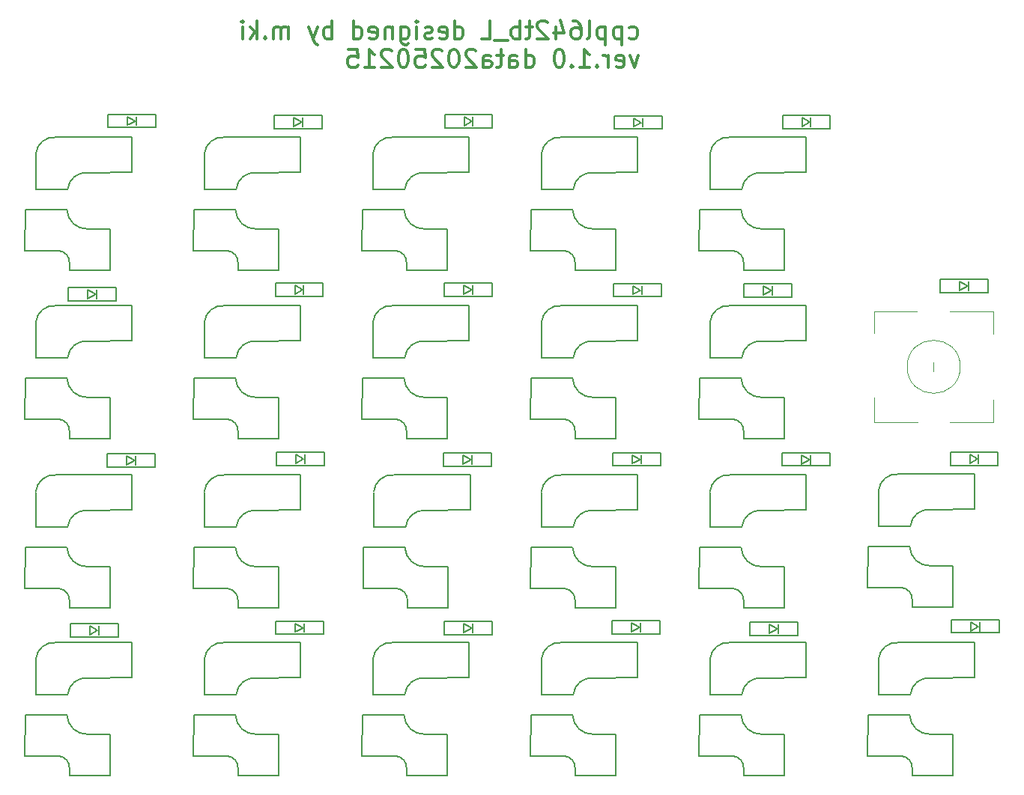
<source format=gbr>
%TF.GenerationSoftware,KiCad,Pcbnew,8.0.7*%
%TF.CreationDate,2025-02-15T16:26:46+09:00*%
%TF.ProjectId,cool642tb_L,636f6f6c-3634-4327-9462-5f4c2e6b6963,rev?*%
%TF.SameCoordinates,Original*%
%TF.FileFunction,Legend,Bot*%
%TF.FilePolarity,Positive*%
%FSLAX46Y46*%
G04 Gerber Fmt 4.6, Leading zero omitted, Abs format (unit mm)*
G04 Created by KiCad (PCBNEW 8.0.7) date 2025-02-15 16:26:46*
%MOMM*%
%LPD*%
G01*
G04 APERTURE LIST*
%ADD10C,0.300000*%
%ADD11C,0.150000*%
%ADD12C,0.120000*%
G04 APERTURE END LIST*
D10*
X60979298Y18045488D02*
X61169774Y17950249D01*
X61169774Y17950249D02*
X61550727Y17950249D01*
X61550727Y17950249D02*
X61741203Y18045488D01*
X61741203Y18045488D02*
X61836441Y18140726D01*
X61836441Y18140726D02*
X61931679Y18331202D01*
X61931679Y18331202D02*
X61931679Y18902630D01*
X61931679Y18902630D02*
X61836441Y19093107D01*
X61836441Y19093107D02*
X61741203Y19188345D01*
X61741203Y19188345D02*
X61550727Y19283583D01*
X61550727Y19283583D02*
X61169774Y19283583D01*
X61169774Y19283583D02*
X60979298Y19188345D01*
X60122155Y19283583D02*
X60122155Y17283583D01*
X60122155Y19188345D02*
X59931679Y19283583D01*
X59931679Y19283583D02*
X59550726Y19283583D01*
X59550726Y19283583D02*
X59360250Y19188345D01*
X59360250Y19188345D02*
X59265012Y19093107D01*
X59265012Y19093107D02*
X59169774Y18902630D01*
X59169774Y18902630D02*
X59169774Y18331202D01*
X59169774Y18331202D02*
X59265012Y18140726D01*
X59265012Y18140726D02*
X59360250Y18045488D01*
X59360250Y18045488D02*
X59550726Y17950249D01*
X59550726Y17950249D02*
X59931679Y17950249D01*
X59931679Y17950249D02*
X60122155Y18045488D01*
X58312631Y19283583D02*
X58312631Y17283583D01*
X58312631Y19188345D02*
X58122155Y19283583D01*
X58122155Y19283583D02*
X57741202Y19283583D01*
X57741202Y19283583D02*
X57550726Y19188345D01*
X57550726Y19188345D02*
X57455488Y19093107D01*
X57455488Y19093107D02*
X57360250Y18902630D01*
X57360250Y18902630D02*
X57360250Y18331202D01*
X57360250Y18331202D02*
X57455488Y18140726D01*
X57455488Y18140726D02*
X57550726Y18045488D01*
X57550726Y18045488D02*
X57741202Y17950249D01*
X57741202Y17950249D02*
X58122155Y17950249D01*
X58122155Y17950249D02*
X58312631Y18045488D01*
X56217393Y17950249D02*
X56407869Y18045488D01*
X56407869Y18045488D02*
X56503107Y18235964D01*
X56503107Y18235964D02*
X56503107Y19950249D01*
X54598345Y19950249D02*
X54979298Y19950249D01*
X54979298Y19950249D02*
X55169774Y19855011D01*
X55169774Y19855011D02*
X55265012Y19759773D01*
X55265012Y19759773D02*
X55455488Y19474059D01*
X55455488Y19474059D02*
X55550726Y19093107D01*
X55550726Y19093107D02*
X55550726Y18331202D01*
X55550726Y18331202D02*
X55455488Y18140726D01*
X55455488Y18140726D02*
X55360250Y18045488D01*
X55360250Y18045488D02*
X55169774Y17950249D01*
X55169774Y17950249D02*
X54788821Y17950249D01*
X54788821Y17950249D02*
X54598345Y18045488D01*
X54598345Y18045488D02*
X54503107Y18140726D01*
X54503107Y18140726D02*
X54407869Y18331202D01*
X54407869Y18331202D02*
X54407869Y18807392D01*
X54407869Y18807392D02*
X54503107Y18997868D01*
X54503107Y18997868D02*
X54598345Y19093107D01*
X54598345Y19093107D02*
X54788821Y19188345D01*
X54788821Y19188345D02*
X55169774Y19188345D01*
X55169774Y19188345D02*
X55360250Y19093107D01*
X55360250Y19093107D02*
X55455488Y18997868D01*
X55455488Y18997868D02*
X55550726Y18807392D01*
X52693583Y19283583D02*
X52693583Y17950249D01*
X53169774Y20045488D02*
X53645964Y18616916D01*
X53645964Y18616916D02*
X52407869Y18616916D01*
X51741202Y19759773D02*
X51645964Y19855011D01*
X51645964Y19855011D02*
X51455488Y19950249D01*
X51455488Y19950249D02*
X50979297Y19950249D01*
X50979297Y19950249D02*
X50788821Y19855011D01*
X50788821Y19855011D02*
X50693583Y19759773D01*
X50693583Y19759773D02*
X50598345Y19569297D01*
X50598345Y19569297D02*
X50598345Y19378821D01*
X50598345Y19378821D02*
X50693583Y19093107D01*
X50693583Y19093107D02*
X51836440Y17950249D01*
X51836440Y17950249D02*
X50598345Y17950249D01*
X50026916Y19283583D02*
X49265012Y19283583D01*
X49741202Y19950249D02*
X49741202Y18235964D01*
X49741202Y18235964D02*
X49645964Y18045488D01*
X49645964Y18045488D02*
X49455488Y17950249D01*
X49455488Y17950249D02*
X49265012Y17950249D01*
X48598345Y17950249D02*
X48598345Y19950249D01*
X48598345Y19188345D02*
X48407869Y19283583D01*
X48407869Y19283583D02*
X48026916Y19283583D01*
X48026916Y19283583D02*
X47836440Y19188345D01*
X47836440Y19188345D02*
X47741202Y19093107D01*
X47741202Y19093107D02*
X47645964Y18902630D01*
X47645964Y18902630D02*
X47645964Y18331202D01*
X47645964Y18331202D02*
X47741202Y18140726D01*
X47741202Y18140726D02*
X47836440Y18045488D01*
X47836440Y18045488D02*
X48026916Y17950249D01*
X48026916Y17950249D02*
X48407869Y17950249D01*
X48407869Y17950249D02*
X48598345Y18045488D01*
X47265012Y17759773D02*
X45741202Y17759773D01*
X44312630Y17950249D02*
X45265011Y17950249D01*
X45265011Y17950249D02*
X45265011Y19950249D01*
X41265010Y17950249D02*
X41265010Y19950249D01*
X41265010Y18045488D02*
X41455486Y17950249D01*
X41455486Y17950249D02*
X41836439Y17950249D01*
X41836439Y17950249D02*
X42026915Y18045488D01*
X42026915Y18045488D02*
X42122153Y18140726D01*
X42122153Y18140726D02*
X42217391Y18331202D01*
X42217391Y18331202D02*
X42217391Y18902630D01*
X42217391Y18902630D02*
X42122153Y19093107D01*
X42122153Y19093107D02*
X42026915Y19188345D01*
X42026915Y19188345D02*
X41836439Y19283583D01*
X41836439Y19283583D02*
X41455486Y19283583D01*
X41455486Y19283583D02*
X41265010Y19188345D01*
X39550724Y18045488D02*
X39741200Y17950249D01*
X39741200Y17950249D02*
X40122153Y17950249D01*
X40122153Y17950249D02*
X40312629Y18045488D01*
X40312629Y18045488D02*
X40407867Y18235964D01*
X40407867Y18235964D02*
X40407867Y18997868D01*
X40407867Y18997868D02*
X40312629Y19188345D01*
X40312629Y19188345D02*
X40122153Y19283583D01*
X40122153Y19283583D02*
X39741200Y19283583D01*
X39741200Y19283583D02*
X39550724Y19188345D01*
X39550724Y19188345D02*
X39455486Y18997868D01*
X39455486Y18997868D02*
X39455486Y18807392D01*
X39455486Y18807392D02*
X40407867Y18616916D01*
X38693581Y18045488D02*
X38503105Y17950249D01*
X38503105Y17950249D02*
X38122153Y17950249D01*
X38122153Y17950249D02*
X37931676Y18045488D01*
X37931676Y18045488D02*
X37836438Y18235964D01*
X37836438Y18235964D02*
X37836438Y18331202D01*
X37836438Y18331202D02*
X37931676Y18521678D01*
X37931676Y18521678D02*
X38122153Y18616916D01*
X38122153Y18616916D02*
X38407867Y18616916D01*
X38407867Y18616916D02*
X38598343Y18712154D01*
X38598343Y18712154D02*
X38693581Y18902630D01*
X38693581Y18902630D02*
X38693581Y18997868D01*
X38693581Y18997868D02*
X38598343Y19188345D01*
X38598343Y19188345D02*
X38407867Y19283583D01*
X38407867Y19283583D02*
X38122153Y19283583D01*
X38122153Y19283583D02*
X37931676Y19188345D01*
X36979295Y17950249D02*
X36979295Y19283583D01*
X36979295Y19950249D02*
X37074533Y19855011D01*
X37074533Y19855011D02*
X36979295Y19759773D01*
X36979295Y19759773D02*
X36884057Y19855011D01*
X36884057Y19855011D02*
X36979295Y19950249D01*
X36979295Y19950249D02*
X36979295Y19759773D01*
X35169771Y19283583D02*
X35169771Y17664535D01*
X35169771Y17664535D02*
X35265009Y17474059D01*
X35265009Y17474059D02*
X35360247Y17378821D01*
X35360247Y17378821D02*
X35550724Y17283583D01*
X35550724Y17283583D02*
X35836438Y17283583D01*
X35836438Y17283583D02*
X36026914Y17378821D01*
X35169771Y18045488D02*
X35360247Y17950249D01*
X35360247Y17950249D02*
X35741200Y17950249D01*
X35741200Y17950249D02*
X35931676Y18045488D01*
X35931676Y18045488D02*
X36026914Y18140726D01*
X36026914Y18140726D02*
X36122152Y18331202D01*
X36122152Y18331202D02*
X36122152Y18902630D01*
X36122152Y18902630D02*
X36026914Y19093107D01*
X36026914Y19093107D02*
X35931676Y19188345D01*
X35931676Y19188345D02*
X35741200Y19283583D01*
X35741200Y19283583D02*
X35360247Y19283583D01*
X35360247Y19283583D02*
X35169771Y19188345D01*
X34217390Y19283583D02*
X34217390Y17950249D01*
X34217390Y19093107D02*
X34122152Y19188345D01*
X34122152Y19188345D02*
X33931676Y19283583D01*
X33931676Y19283583D02*
X33645961Y19283583D01*
X33645961Y19283583D02*
X33455485Y19188345D01*
X33455485Y19188345D02*
X33360247Y18997868D01*
X33360247Y18997868D02*
X33360247Y17950249D01*
X31645961Y18045488D02*
X31836437Y17950249D01*
X31836437Y17950249D02*
X32217390Y17950249D01*
X32217390Y17950249D02*
X32407866Y18045488D01*
X32407866Y18045488D02*
X32503104Y18235964D01*
X32503104Y18235964D02*
X32503104Y18997868D01*
X32503104Y18997868D02*
X32407866Y19188345D01*
X32407866Y19188345D02*
X32217390Y19283583D01*
X32217390Y19283583D02*
X31836437Y19283583D01*
X31836437Y19283583D02*
X31645961Y19188345D01*
X31645961Y19188345D02*
X31550723Y18997868D01*
X31550723Y18997868D02*
X31550723Y18807392D01*
X31550723Y18807392D02*
X32503104Y18616916D01*
X29836437Y17950249D02*
X29836437Y19950249D01*
X29836437Y18045488D02*
X30026913Y17950249D01*
X30026913Y17950249D02*
X30407866Y17950249D01*
X30407866Y17950249D02*
X30598342Y18045488D01*
X30598342Y18045488D02*
X30693580Y18140726D01*
X30693580Y18140726D02*
X30788818Y18331202D01*
X30788818Y18331202D02*
X30788818Y18902630D01*
X30788818Y18902630D02*
X30693580Y19093107D01*
X30693580Y19093107D02*
X30598342Y19188345D01*
X30598342Y19188345D02*
X30407866Y19283583D01*
X30407866Y19283583D02*
X30026913Y19283583D01*
X30026913Y19283583D02*
X29836437Y19188345D01*
X27360246Y17950249D02*
X27360246Y19950249D01*
X27360246Y19188345D02*
X27169770Y19283583D01*
X27169770Y19283583D02*
X26788817Y19283583D01*
X26788817Y19283583D02*
X26598341Y19188345D01*
X26598341Y19188345D02*
X26503103Y19093107D01*
X26503103Y19093107D02*
X26407865Y18902630D01*
X26407865Y18902630D02*
X26407865Y18331202D01*
X26407865Y18331202D02*
X26503103Y18140726D01*
X26503103Y18140726D02*
X26598341Y18045488D01*
X26598341Y18045488D02*
X26788817Y17950249D01*
X26788817Y17950249D02*
X27169770Y17950249D01*
X27169770Y17950249D02*
X27360246Y18045488D01*
X25741198Y19283583D02*
X25265008Y17950249D01*
X24788817Y19283583D02*
X25265008Y17950249D01*
X25265008Y17950249D02*
X25455484Y17474059D01*
X25455484Y17474059D02*
X25550722Y17378821D01*
X25550722Y17378821D02*
X25741198Y17283583D01*
X22503102Y17950249D02*
X22503102Y19283583D01*
X22503102Y19093107D02*
X22407864Y19188345D01*
X22407864Y19188345D02*
X22217388Y19283583D01*
X22217388Y19283583D02*
X21931673Y19283583D01*
X21931673Y19283583D02*
X21741197Y19188345D01*
X21741197Y19188345D02*
X21645959Y18997868D01*
X21645959Y18997868D02*
X21645959Y17950249D01*
X21645959Y18997868D02*
X21550721Y19188345D01*
X21550721Y19188345D02*
X21360245Y19283583D01*
X21360245Y19283583D02*
X21074531Y19283583D01*
X21074531Y19283583D02*
X20884054Y19188345D01*
X20884054Y19188345D02*
X20788816Y18997868D01*
X20788816Y18997868D02*
X20788816Y17950249D01*
X19836435Y18140726D02*
X19741197Y18045488D01*
X19741197Y18045488D02*
X19836435Y17950249D01*
X19836435Y17950249D02*
X19931673Y18045488D01*
X19931673Y18045488D02*
X19836435Y18140726D01*
X19836435Y18140726D02*
X19836435Y17950249D01*
X18884054Y17950249D02*
X18884054Y19950249D01*
X18693578Y18712154D02*
X18122149Y17950249D01*
X18122149Y19283583D02*
X18884054Y18521678D01*
X17265006Y17950249D02*
X17265006Y19283583D01*
X17265006Y19950249D02*
X17360244Y19855011D01*
X17360244Y19855011D02*
X17265006Y19759773D01*
X17265006Y19759773D02*
X17169768Y19855011D01*
X17169768Y19855011D02*
X17265006Y19950249D01*
X17265006Y19950249D02*
X17265006Y19759773D01*
X62026917Y16063695D02*
X61550727Y14730361D01*
X61550727Y14730361D02*
X61074536Y16063695D01*
X59550726Y14825600D02*
X59741202Y14730361D01*
X59741202Y14730361D02*
X60122155Y14730361D01*
X60122155Y14730361D02*
X60312631Y14825600D01*
X60312631Y14825600D02*
X60407869Y15016076D01*
X60407869Y15016076D02*
X60407869Y15777980D01*
X60407869Y15777980D02*
X60312631Y15968457D01*
X60312631Y15968457D02*
X60122155Y16063695D01*
X60122155Y16063695D02*
X59741202Y16063695D01*
X59741202Y16063695D02*
X59550726Y15968457D01*
X59550726Y15968457D02*
X59455488Y15777980D01*
X59455488Y15777980D02*
X59455488Y15587504D01*
X59455488Y15587504D02*
X60407869Y15397028D01*
X58598345Y14730361D02*
X58598345Y16063695D01*
X58598345Y15682742D02*
X58503107Y15873219D01*
X58503107Y15873219D02*
X58407869Y15968457D01*
X58407869Y15968457D02*
X58217393Y16063695D01*
X58217393Y16063695D02*
X58026916Y16063695D01*
X57360250Y14920838D02*
X57265012Y14825600D01*
X57265012Y14825600D02*
X57360250Y14730361D01*
X57360250Y14730361D02*
X57455488Y14825600D01*
X57455488Y14825600D02*
X57360250Y14920838D01*
X57360250Y14920838D02*
X57360250Y14730361D01*
X55360250Y14730361D02*
X56503107Y14730361D01*
X55931679Y14730361D02*
X55931679Y16730361D01*
X55931679Y16730361D02*
X56122155Y16444647D01*
X56122155Y16444647D02*
X56312631Y16254171D01*
X56312631Y16254171D02*
X56503107Y16158933D01*
X54503107Y14920838D02*
X54407869Y14825600D01*
X54407869Y14825600D02*
X54503107Y14730361D01*
X54503107Y14730361D02*
X54598345Y14825600D01*
X54598345Y14825600D02*
X54503107Y14920838D01*
X54503107Y14920838D02*
X54503107Y14730361D01*
X53169774Y16730361D02*
X52979297Y16730361D01*
X52979297Y16730361D02*
X52788821Y16635123D01*
X52788821Y16635123D02*
X52693583Y16539885D01*
X52693583Y16539885D02*
X52598345Y16349409D01*
X52598345Y16349409D02*
X52503107Y15968457D01*
X52503107Y15968457D02*
X52503107Y15492266D01*
X52503107Y15492266D02*
X52598345Y15111314D01*
X52598345Y15111314D02*
X52693583Y14920838D01*
X52693583Y14920838D02*
X52788821Y14825600D01*
X52788821Y14825600D02*
X52979297Y14730361D01*
X52979297Y14730361D02*
X53169774Y14730361D01*
X53169774Y14730361D02*
X53360250Y14825600D01*
X53360250Y14825600D02*
X53455488Y14920838D01*
X53455488Y14920838D02*
X53550726Y15111314D01*
X53550726Y15111314D02*
X53645964Y15492266D01*
X53645964Y15492266D02*
X53645964Y15968457D01*
X53645964Y15968457D02*
X53550726Y16349409D01*
X53550726Y16349409D02*
X53455488Y16539885D01*
X53455488Y16539885D02*
X53360250Y16635123D01*
X53360250Y16635123D02*
X53169774Y16730361D01*
X49265011Y14730361D02*
X49265011Y16730361D01*
X49265011Y14825600D02*
X49455487Y14730361D01*
X49455487Y14730361D02*
X49836440Y14730361D01*
X49836440Y14730361D02*
X50026916Y14825600D01*
X50026916Y14825600D02*
X50122154Y14920838D01*
X50122154Y14920838D02*
X50217392Y15111314D01*
X50217392Y15111314D02*
X50217392Y15682742D01*
X50217392Y15682742D02*
X50122154Y15873219D01*
X50122154Y15873219D02*
X50026916Y15968457D01*
X50026916Y15968457D02*
X49836440Y16063695D01*
X49836440Y16063695D02*
X49455487Y16063695D01*
X49455487Y16063695D02*
X49265011Y15968457D01*
X47455487Y14730361D02*
X47455487Y15777980D01*
X47455487Y15777980D02*
X47550725Y15968457D01*
X47550725Y15968457D02*
X47741201Y16063695D01*
X47741201Y16063695D02*
X48122154Y16063695D01*
X48122154Y16063695D02*
X48312630Y15968457D01*
X47455487Y14825600D02*
X47645963Y14730361D01*
X47645963Y14730361D02*
X48122154Y14730361D01*
X48122154Y14730361D02*
X48312630Y14825600D01*
X48312630Y14825600D02*
X48407868Y15016076D01*
X48407868Y15016076D02*
X48407868Y15206552D01*
X48407868Y15206552D02*
X48312630Y15397028D01*
X48312630Y15397028D02*
X48122154Y15492266D01*
X48122154Y15492266D02*
X47645963Y15492266D01*
X47645963Y15492266D02*
X47455487Y15587504D01*
X46788820Y16063695D02*
X46026916Y16063695D01*
X46503106Y16730361D02*
X46503106Y15016076D01*
X46503106Y15016076D02*
X46407868Y14825600D01*
X46407868Y14825600D02*
X46217392Y14730361D01*
X46217392Y14730361D02*
X46026916Y14730361D01*
X44503106Y14730361D02*
X44503106Y15777980D01*
X44503106Y15777980D02*
X44598344Y15968457D01*
X44598344Y15968457D02*
X44788820Y16063695D01*
X44788820Y16063695D02*
X45169773Y16063695D01*
X45169773Y16063695D02*
X45360249Y15968457D01*
X44503106Y14825600D02*
X44693582Y14730361D01*
X44693582Y14730361D02*
X45169773Y14730361D01*
X45169773Y14730361D02*
X45360249Y14825600D01*
X45360249Y14825600D02*
X45455487Y15016076D01*
X45455487Y15016076D02*
X45455487Y15206552D01*
X45455487Y15206552D02*
X45360249Y15397028D01*
X45360249Y15397028D02*
X45169773Y15492266D01*
X45169773Y15492266D02*
X44693582Y15492266D01*
X44693582Y15492266D02*
X44503106Y15587504D01*
X43645963Y16539885D02*
X43550725Y16635123D01*
X43550725Y16635123D02*
X43360249Y16730361D01*
X43360249Y16730361D02*
X42884058Y16730361D01*
X42884058Y16730361D02*
X42693582Y16635123D01*
X42693582Y16635123D02*
X42598344Y16539885D01*
X42598344Y16539885D02*
X42503106Y16349409D01*
X42503106Y16349409D02*
X42503106Y16158933D01*
X42503106Y16158933D02*
X42598344Y15873219D01*
X42598344Y15873219D02*
X43741201Y14730361D01*
X43741201Y14730361D02*
X42503106Y14730361D01*
X41265011Y16730361D02*
X41074534Y16730361D01*
X41074534Y16730361D02*
X40884058Y16635123D01*
X40884058Y16635123D02*
X40788820Y16539885D01*
X40788820Y16539885D02*
X40693582Y16349409D01*
X40693582Y16349409D02*
X40598344Y15968457D01*
X40598344Y15968457D02*
X40598344Y15492266D01*
X40598344Y15492266D02*
X40693582Y15111314D01*
X40693582Y15111314D02*
X40788820Y14920838D01*
X40788820Y14920838D02*
X40884058Y14825600D01*
X40884058Y14825600D02*
X41074534Y14730361D01*
X41074534Y14730361D02*
X41265011Y14730361D01*
X41265011Y14730361D02*
X41455487Y14825600D01*
X41455487Y14825600D02*
X41550725Y14920838D01*
X41550725Y14920838D02*
X41645963Y15111314D01*
X41645963Y15111314D02*
X41741201Y15492266D01*
X41741201Y15492266D02*
X41741201Y15968457D01*
X41741201Y15968457D02*
X41645963Y16349409D01*
X41645963Y16349409D02*
X41550725Y16539885D01*
X41550725Y16539885D02*
X41455487Y16635123D01*
X41455487Y16635123D02*
X41265011Y16730361D01*
X39836439Y16539885D02*
X39741201Y16635123D01*
X39741201Y16635123D02*
X39550725Y16730361D01*
X39550725Y16730361D02*
X39074534Y16730361D01*
X39074534Y16730361D02*
X38884058Y16635123D01*
X38884058Y16635123D02*
X38788820Y16539885D01*
X38788820Y16539885D02*
X38693582Y16349409D01*
X38693582Y16349409D02*
X38693582Y16158933D01*
X38693582Y16158933D02*
X38788820Y15873219D01*
X38788820Y15873219D02*
X39931677Y14730361D01*
X39931677Y14730361D02*
X38693582Y14730361D01*
X36884058Y16730361D02*
X37836439Y16730361D01*
X37836439Y16730361D02*
X37931677Y15777980D01*
X37931677Y15777980D02*
X37836439Y15873219D01*
X37836439Y15873219D02*
X37645963Y15968457D01*
X37645963Y15968457D02*
X37169772Y15968457D01*
X37169772Y15968457D02*
X36979296Y15873219D01*
X36979296Y15873219D02*
X36884058Y15777980D01*
X36884058Y15777980D02*
X36788820Y15587504D01*
X36788820Y15587504D02*
X36788820Y15111314D01*
X36788820Y15111314D02*
X36884058Y14920838D01*
X36884058Y14920838D02*
X36979296Y14825600D01*
X36979296Y14825600D02*
X37169772Y14730361D01*
X37169772Y14730361D02*
X37645963Y14730361D01*
X37645963Y14730361D02*
X37836439Y14825600D01*
X37836439Y14825600D02*
X37931677Y14920838D01*
X35550725Y16730361D02*
X35360248Y16730361D01*
X35360248Y16730361D02*
X35169772Y16635123D01*
X35169772Y16635123D02*
X35074534Y16539885D01*
X35074534Y16539885D02*
X34979296Y16349409D01*
X34979296Y16349409D02*
X34884058Y15968457D01*
X34884058Y15968457D02*
X34884058Y15492266D01*
X34884058Y15492266D02*
X34979296Y15111314D01*
X34979296Y15111314D02*
X35074534Y14920838D01*
X35074534Y14920838D02*
X35169772Y14825600D01*
X35169772Y14825600D02*
X35360248Y14730361D01*
X35360248Y14730361D02*
X35550725Y14730361D01*
X35550725Y14730361D02*
X35741201Y14825600D01*
X35741201Y14825600D02*
X35836439Y14920838D01*
X35836439Y14920838D02*
X35931677Y15111314D01*
X35931677Y15111314D02*
X36026915Y15492266D01*
X36026915Y15492266D02*
X36026915Y15968457D01*
X36026915Y15968457D02*
X35931677Y16349409D01*
X35931677Y16349409D02*
X35836439Y16539885D01*
X35836439Y16539885D02*
X35741201Y16635123D01*
X35741201Y16635123D02*
X35550725Y16730361D01*
X34122153Y16539885D02*
X34026915Y16635123D01*
X34026915Y16635123D02*
X33836439Y16730361D01*
X33836439Y16730361D02*
X33360248Y16730361D01*
X33360248Y16730361D02*
X33169772Y16635123D01*
X33169772Y16635123D02*
X33074534Y16539885D01*
X33074534Y16539885D02*
X32979296Y16349409D01*
X32979296Y16349409D02*
X32979296Y16158933D01*
X32979296Y16158933D02*
X33074534Y15873219D01*
X33074534Y15873219D02*
X34217391Y14730361D01*
X34217391Y14730361D02*
X32979296Y14730361D01*
X31074534Y14730361D02*
X32217391Y14730361D01*
X31645963Y14730361D02*
X31645963Y16730361D01*
X31645963Y16730361D02*
X31836439Y16444647D01*
X31836439Y16444647D02*
X32026915Y16254171D01*
X32026915Y16254171D02*
X32217391Y16158933D01*
X29265010Y16730361D02*
X30217391Y16730361D01*
X30217391Y16730361D02*
X30312629Y15777980D01*
X30312629Y15777980D02*
X30217391Y15873219D01*
X30217391Y15873219D02*
X30026915Y15968457D01*
X30026915Y15968457D02*
X29550724Y15968457D01*
X29550724Y15968457D02*
X29360248Y15873219D01*
X29360248Y15873219D02*
X29265010Y15777980D01*
X29265010Y15777980D02*
X29169772Y15587504D01*
X29169772Y15587504D02*
X29169772Y15111314D01*
X29169772Y15111314D02*
X29265010Y14920838D01*
X29265010Y14920838D02*
X29360248Y14825600D01*
X29360248Y14825600D02*
X29550724Y14730361D01*
X29550724Y14730361D02*
X30026915Y14730361D01*
X30026915Y14730361D02*
X30217391Y14825600D01*
X30217391Y14825600D02*
X30312629Y14920838D01*
D11*
%TO.C,SW14*%
X49875000Y-20450000D02*
X49850000Y-25050000D01*
X51050000Y-14200000D02*
X51050000Y-18145000D01*
X51050000Y-18154000D02*
X54660000Y-18154000D01*
X53650000Y-25075000D02*
X49875000Y-25075000D01*
X54575000Y-20425000D02*
X49875000Y-20425000D01*
X54870000Y-26550000D02*
X54870000Y-27250000D01*
X59425000Y-22625000D02*
X56875000Y-22625000D01*
X59425000Y-27275000D02*
X54875000Y-27275000D01*
X59450000Y-22650000D02*
X59450000Y-27250000D01*
X61950000Y-12246000D02*
X53325000Y-12246000D01*
X61950000Y-16154000D02*
X61950000Y-12246000D01*
X61950000Y-16200000D02*
X56900000Y-16246000D01*
X51061000Y-14130000D02*
G75*
G02*
X53325000Y-12246000I2074000J-190000D01*
G01*
X53650000Y-25080000D02*
G75*
G02*
X54870000Y-26500000I-100000J-1320000D01*
G01*
X54665000Y-18130000D02*
G75*
G02*
X56925000Y-16250000I2070000J-190000D01*
G01*
X56950000Y-22620000D02*
G75*
G02*
X54580000Y-20450000I-100000J2270000D01*
G01*
%TO.C,D3*%
X2000000Y-28970000D02*
X2000000Y-30470000D01*
X2000000Y-30470000D02*
X7400000Y-30470000D01*
X4200000Y-29220000D02*
X5100000Y-29720000D01*
X4200000Y-30220000D02*
X4200000Y-29220000D01*
X5100000Y-29720000D02*
X4200000Y-30220000D01*
X5200000Y-30220000D02*
X5200000Y-29220000D01*
X7400000Y-28970000D02*
X2000000Y-28970000D01*
X7400000Y-30470000D02*
X7400000Y-28970000D01*
%TO.C,SW18*%
X68925000Y-20450000D02*
X68900000Y-25050000D01*
X70100000Y-14200000D02*
X70100000Y-18145000D01*
X70100000Y-18154000D02*
X73710000Y-18154000D01*
X72700000Y-25075000D02*
X68925000Y-25075000D01*
X73625000Y-20425000D02*
X68925000Y-20425000D01*
X73920000Y-26550000D02*
X73920000Y-27250000D01*
X78475000Y-22625000D02*
X75925000Y-22625000D01*
X78475000Y-27275000D02*
X73925000Y-27275000D01*
X78500000Y-22650000D02*
X78500000Y-27250000D01*
X81000000Y-12246000D02*
X72375000Y-12246000D01*
X81000000Y-16154000D02*
X81000000Y-12246000D01*
X81000000Y-16200000D02*
X75950000Y-16246000D01*
X70111000Y-14130000D02*
G75*
G02*
X72375000Y-12246000I2074000J-190000D01*
G01*
X72700000Y-25080000D02*
G75*
G02*
X73920000Y-26500000I-100000J-1320000D01*
G01*
X73715000Y-18130000D02*
G75*
G02*
X75975000Y-16250000I2070000J-190000D01*
G01*
X76000000Y-22620000D02*
G75*
G02*
X73630000Y-20450000I-100000J2270000D01*
G01*
%TO.C,D13*%
X59280000Y9230000D02*
X59280000Y7730000D01*
X59280000Y7730000D02*
X64680000Y7730000D01*
X61480000Y8980000D02*
X62380000Y8480000D01*
X61480000Y7980000D02*
X61480000Y8980000D01*
X62380000Y8480000D02*
X61480000Y7980000D01*
X62480000Y7980000D02*
X62480000Y8980000D01*
X64680000Y9230000D02*
X59280000Y9230000D01*
X64680000Y7730000D02*
X64680000Y9230000D01*
%TO.C,SW12*%
X30825000Y-58550000D02*
X30800000Y-63150000D01*
X32000000Y-52300000D02*
X32000000Y-56245000D01*
X32000000Y-56254000D02*
X35610000Y-56254000D01*
X34600000Y-63175000D02*
X30825000Y-63175000D01*
X35525000Y-58525000D02*
X30825000Y-58525000D01*
X35820000Y-64650000D02*
X35820000Y-65350000D01*
X40375000Y-60725000D02*
X37825000Y-60725000D01*
X40375000Y-65375000D02*
X35825000Y-65375000D01*
X40400000Y-60750000D02*
X40400000Y-65350000D01*
X42900000Y-50346000D02*
X34275000Y-50346000D01*
X42900000Y-54254000D02*
X42900000Y-50346000D01*
X42900000Y-54300000D02*
X37850000Y-54346000D01*
X32011000Y-52230000D02*
G75*
G02*
X34275000Y-50346000I2074000J-190000D01*
G01*
X34600000Y-63180000D02*
G75*
G02*
X35820000Y-64600000I-100000J-1320000D01*
G01*
X35615000Y-56230000D02*
G75*
G02*
X37875000Y-54350000I2070000J-190000D01*
G01*
X37900000Y-60720000D02*
G75*
G02*
X35530000Y-58550000I-100000J2270000D01*
G01*
%TO.C,SW23*%
X87975000Y-58550000D02*
X87950000Y-63150000D01*
X89150000Y-52300000D02*
X89150000Y-56245000D01*
X89150000Y-56254000D02*
X92760000Y-56254000D01*
X91750000Y-63175000D02*
X87975000Y-63175000D01*
X92675000Y-58525000D02*
X87975000Y-58525000D01*
X92970000Y-64650000D02*
X92970000Y-65350000D01*
X97525000Y-60725000D02*
X94975000Y-60725000D01*
X97525000Y-65375000D02*
X92975000Y-65375000D01*
X97550000Y-60750000D02*
X97550000Y-65350000D01*
X100050000Y-50346000D02*
X91425000Y-50346000D01*
X100050000Y-54254000D02*
X100050000Y-50346000D01*
X100050000Y-54300000D02*
X95000000Y-54346000D01*
X89161000Y-52230000D02*
G75*
G02*
X91425000Y-50346000I2074000J-190000D01*
G01*
X91750000Y-63180000D02*
G75*
G02*
X92970000Y-64600000I-100000J-1320000D01*
G01*
X92765000Y-56230000D02*
G75*
G02*
X95025000Y-54350000I2070000J-190000D01*
G01*
X95050000Y-60720000D02*
G75*
G02*
X92680000Y-58550000I-100000J2270000D01*
G01*
%TO.C,D10*%
X40110000Y-9670000D02*
X40110000Y-11170000D01*
X40110000Y-11170000D02*
X45510000Y-11170000D01*
X42310000Y-9920000D02*
X43210000Y-10420000D01*
X42310000Y-10920000D02*
X42310000Y-9920000D01*
X43210000Y-10420000D02*
X42310000Y-10920000D01*
X43310000Y-10920000D02*
X43310000Y-9920000D01*
X45510000Y-9670000D02*
X40110000Y-9670000D01*
X45510000Y-11170000D02*
X45510000Y-9670000D01*
%TO.C,D19*%
X78300000Y-28880000D02*
X78300000Y-30380000D01*
X78300000Y-30380000D02*
X83700000Y-30380000D01*
X80500000Y-29130000D02*
X81400000Y-29630000D01*
X80500000Y-30130000D02*
X80500000Y-29130000D01*
X81400000Y-29630000D02*
X80500000Y-30130000D01*
X81500000Y-30130000D02*
X81500000Y-29130000D01*
X83700000Y-28880000D02*
X78300000Y-28880000D01*
X83700000Y-30380000D02*
X83700000Y-28880000D01*
%TO.C,D16*%
X59070000Y-47850000D02*
X59070000Y-49350000D01*
X59070000Y-49350000D02*
X64470000Y-49350000D01*
X61270000Y-48100000D02*
X62170000Y-48600000D01*
X61270000Y-49100000D02*
X61270000Y-48100000D01*
X62170000Y-48600000D02*
X61270000Y-49100000D01*
X62270000Y-49100000D02*
X62270000Y-48100000D01*
X64470000Y-47850000D02*
X59070000Y-47850000D01*
X64470000Y-49350000D02*
X64470000Y-47850000D01*
%TO.C,SW19*%
X68925000Y-39600000D02*
X68900000Y-44200000D01*
X70100000Y-33350000D02*
X70100000Y-37295000D01*
X70100000Y-37304000D02*
X73710000Y-37304000D01*
X72700000Y-44225000D02*
X68925000Y-44225000D01*
X73625000Y-39575000D02*
X68925000Y-39575000D01*
X73920000Y-45700000D02*
X73920000Y-46400000D01*
X78475000Y-41775000D02*
X75925000Y-41775000D01*
X78475000Y-46425000D02*
X73925000Y-46425000D01*
X78500000Y-41800000D02*
X78500000Y-46400000D01*
X81000000Y-31396000D02*
X72375000Y-31396000D01*
X81000000Y-35304000D02*
X81000000Y-31396000D01*
X81000000Y-35350000D02*
X75950000Y-35396000D01*
X70111000Y-33280000D02*
G75*
G02*
X72375000Y-31396000I2074000J-190000D01*
G01*
X72700000Y-44230000D02*
G75*
G02*
X73920000Y-45650000I-100000J-1320000D01*
G01*
X73715000Y-37280000D02*
G75*
G02*
X75975000Y-35400000I2070000J-190000D01*
G01*
X76000000Y-41770000D02*
G75*
G02*
X73630000Y-39600000I-100000J2270000D01*
G01*
%TO.C,SW1*%
X-7275000Y-1400000D02*
X-7300000Y-6000000D01*
X-6100000Y4850000D02*
X-6100000Y905000D01*
X-6100000Y896000D02*
X-2490000Y896000D01*
X-3500000Y-6025000D02*
X-7275000Y-6025000D01*
X-2575000Y-1375000D02*
X-7275000Y-1375000D01*
X-2280000Y-7500000D02*
X-2280000Y-8200000D01*
X2275000Y-3575000D02*
X-275000Y-3575000D01*
X2275000Y-8225000D02*
X-2275000Y-8225000D01*
X2300000Y-3600000D02*
X2300000Y-8200000D01*
X4800000Y6804000D02*
X-3825000Y6804000D01*
X4800000Y2896000D02*
X4800000Y6804000D01*
X4800000Y2850000D02*
X-250000Y2804000D01*
X-6089000Y4920000D02*
G75*
G02*
X-3825000Y6804000I2074000J-190000D01*
G01*
X-3500000Y-6030000D02*
G75*
G02*
X-2280000Y-7450000I-100000J-1320000D01*
G01*
X-2485000Y920000D02*
G75*
G02*
X-225000Y2800000I2070000J-190000D01*
G01*
X-200000Y-3570000D02*
G75*
G02*
X-2570000Y-1400000I-100000J2270000D01*
G01*
%TO.C,SW13*%
X49875000Y-1400000D02*
X49850000Y-6000000D01*
X51050000Y4850000D02*
X51050000Y905000D01*
X51050000Y896000D02*
X54660000Y896000D01*
X53650000Y-6025000D02*
X49875000Y-6025000D01*
X54575000Y-1375000D02*
X49875000Y-1375000D01*
X54870000Y-7500000D02*
X54870000Y-8200000D01*
X59425000Y-3575000D02*
X56875000Y-3575000D01*
X59425000Y-8225000D02*
X54875000Y-8225000D01*
X59450000Y-3600000D02*
X59450000Y-8200000D01*
X61950000Y6804000D02*
X53325000Y6804000D01*
X61950000Y2896000D02*
X61950000Y6804000D01*
X61950000Y2850000D02*
X56900000Y2804000D01*
X51061000Y4920000D02*
G75*
G02*
X53325000Y6804000I2074000J-190000D01*
G01*
X53650000Y-6030000D02*
G75*
G02*
X54870000Y-7450000I-100000J-1320000D01*
G01*
X54665000Y920000D02*
G75*
G02*
X56925000Y2800000I2070000J-190000D01*
G01*
X56950000Y-3570000D02*
G75*
G02*
X54580000Y-1400000I-100000J2270000D01*
G01*
%TO.C,D7*%
X21100000Y-28820000D02*
X21100000Y-30320000D01*
X21100000Y-30320000D02*
X26500000Y-30320000D01*
X23300000Y-29070000D02*
X24200000Y-29570000D01*
X23300000Y-30070000D02*
X23300000Y-29070000D01*
X24200000Y-29570000D02*
X23300000Y-30070000D01*
X24300000Y-30070000D02*
X24300000Y-29070000D01*
X26500000Y-28820000D02*
X21100000Y-28820000D01*
X26500000Y-30320000D02*
X26500000Y-28820000D01*
%TO.C,D21*%
X96135000Y-9290000D02*
X96135000Y-10790000D01*
X96135000Y-10790000D02*
X101535000Y-10790000D01*
X98335000Y-9540000D02*
X99235000Y-10040000D01*
X98335000Y-10540000D02*
X98335000Y-9540000D01*
X99235000Y-10040000D02*
X98335000Y-10540000D01*
X99335000Y-10540000D02*
X99335000Y-9540000D01*
X101535000Y-9290000D02*
X96135000Y-9290000D01*
X101535000Y-10790000D02*
X101535000Y-9290000D01*
%TO.C,SW10*%
X30825000Y-20450000D02*
X30800000Y-25050000D01*
X32000000Y-14200000D02*
X32000000Y-18145000D01*
X32000000Y-18154000D02*
X35610000Y-18154000D01*
X34600000Y-25075000D02*
X30825000Y-25075000D01*
X35525000Y-20425000D02*
X30825000Y-20425000D01*
X35820000Y-26550000D02*
X35820000Y-27250000D01*
X40375000Y-22625000D02*
X37825000Y-22625000D01*
X40375000Y-27275000D02*
X35825000Y-27275000D01*
X40400000Y-22650000D02*
X40400000Y-27250000D01*
X42900000Y-12246000D02*
X34275000Y-12246000D01*
X42900000Y-16154000D02*
X42900000Y-12246000D01*
X42900000Y-16200000D02*
X37850000Y-16246000D01*
X32011000Y-14130000D02*
G75*
G02*
X34275000Y-12246000I2074000J-190000D01*
G01*
X34600000Y-25080000D02*
G75*
G02*
X35820000Y-26500000I-100000J-1320000D01*
G01*
X35615000Y-18130000D02*
G75*
G02*
X37875000Y-16250000I2070000J-190000D01*
G01*
X37900000Y-22620000D02*
G75*
G02*
X35530000Y-20450000I-100000J2270000D01*
G01*
%TO.C,D14*%
X59200000Y-9740000D02*
X59200000Y-11240000D01*
X59200000Y-11240000D02*
X64600000Y-11240000D01*
X61400000Y-9990000D02*
X62300000Y-10490000D01*
X61400000Y-10990000D02*
X61400000Y-9990000D01*
X62300000Y-10490000D02*
X61400000Y-10990000D01*
X62400000Y-10990000D02*
X62400000Y-9990000D01*
X64600000Y-9740000D02*
X59200000Y-9740000D01*
X64600000Y-11240000D02*
X64600000Y-9740000D01*
%TO.C,D18*%
X73965000Y-9800000D02*
X73965000Y-11300000D01*
X73965000Y-11300000D02*
X79365000Y-11300000D01*
X76165000Y-10050000D02*
X77065000Y-10550000D01*
X76165000Y-11050000D02*
X76165000Y-10050000D01*
X77065000Y-10550000D02*
X76165000Y-11050000D01*
X77165000Y-11050000D02*
X77165000Y-10050000D01*
X79365000Y-9800000D02*
X73965000Y-9800000D01*
X79365000Y-11300000D02*
X79365000Y-9800000D01*
%TO.C,D5*%
X20880000Y9270000D02*
X20880000Y7770000D01*
X20880000Y7770000D02*
X26280000Y7770000D01*
X23080000Y9020000D02*
X23980000Y8520000D01*
X23080000Y8020000D02*
X23080000Y9020000D01*
X23980000Y8520000D02*
X23080000Y8020000D01*
X24080000Y8020000D02*
X24080000Y9020000D01*
X26280000Y9270000D02*
X20880000Y9270000D01*
X26280000Y7770000D02*
X26280000Y9270000D01*
%TO.C,SW9*%
X30825000Y-1400000D02*
X30800000Y-6000000D01*
X32000000Y4850000D02*
X32000000Y905000D01*
X32000000Y896000D02*
X35610000Y896000D01*
X34600000Y-6025000D02*
X30825000Y-6025000D01*
X35525000Y-1375000D02*
X30825000Y-1375000D01*
X35820000Y-7500000D02*
X35820000Y-8200000D01*
X40375000Y-3575000D02*
X37825000Y-3575000D01*
X40375000Y-8225000D02*
X35825000Y-8225000D01*
X40400000Y-3600000D02*
X40400000Y-8200000D01*
X42900000Y6804000D02*
X34275000Y6804000D01*
X42900000Y2896000D02*
X42900000Y6804000D01*
X42900000Y2850000D02*
X37850000Y2804000D01*
X32011000Y4920000D02*
G75*
G02*
X34275000Y6804000I2074000J-190000D01*
G01*
X34600000Y-6030000D02*
G75*
G02*
X35820000Y-7450000I-100000J-1320000D01*
G01*
X35615000Y920000D02*
G75*
G02*
X37875000Y2800000I2070000J-190000D01*
G01*
X37900000Y-3570000D02*
G75*
G02*
X35530000Y-1400000I-100000J2270000D01*
G01*
%TO.C,SW15*%
X49875000Y-39600000D02*
X49850000Y-44200000D01*
X51050000Y-33350000D02*
X51050000Y-37295000D01*
X51050000Y-37304000D02*
X54660000Y-37304000D01*
X53650000Y-44225000D02*
X49875000Y-44225000D01*
X54575000Y-39575000D02*
X49875000Y-39575000D01*
X54870000Y-45700000D02*
X54870000Y-46400000D01*
X59425000Y-41775000D02*
X56875000Y-41775000D01*
X59425000Y-46425000D02*
X54875000Y-46425000D01*
X59450000Y-41800000D02*
X59450000Y-46400000D01*
X61950000Y-31396000D02*
X53325000Y-31396000D01*
X61950000Y-35304000D02*
X61950000Y-31396000D01*
X61950000Y-35350000D02*
X56900000Y-35396000D01*
X51061000Y-33280000D02*
G75*
G02*
X53325000Y-31396000I2074000J-190000D01*
G01*
X53650000Y-44230000D02*
G75*
G02*
X54870000Y-45650000I-100000J-1320000D01*
G01*
X54665000Y-37280000D02*
G75*
G02*
X56925000Y-35400000I2070000J-190000D01*
G01*
X56950000Y-41770000D02*
G75*
G02*
X54580000Y-39600000I-100000J2270000D01*
G01*
%TO.C,SW11*%
X30925000Y-39600000D02*
X30900000Y-44200000D01*
X32100000Y-33350000D02*
X32100000Y-37295000D01*
X32100000Y-37304000D02*
X35710000Y-37304000D01*
X34700000Y-44225000D02*
X30925000Y-44225000D01*
X35625000Y-39575000D02*
X30925000Y-39575000D01*
X35920000Y-45700000D02*
X35920000Y-46400000D01*
X40475000Y-41775000D02*
X37925000Y-41775000D01*
X40475000Y-46425000D02*
X35925000Y-46425000D01*
X40500000Y-41800000D02*
X40500000Y-46400000D01*
X43000000Y-31396000D02*
X34375000Y-31396000D01*
X43000000Y-35304000D02*
X43000000Y-31396000D01*
X43000000Y-35350000D02*
X37950000Y-35396000D01*
X32111000Y-33280000D02*
G75*
G02*
X34375000Y-31396000I2074000J-190000D01*
G01*
X34700000Y-44230000D02*
G75*
G02*
X35920000Y-45650000I-100000J-1320000D01*
G01*
X35715000Y-37280000D02*
G75*
G02*
X37975000Y-35400000I2070000J-190000D01*
G01*
X38000000Y-41770000D02*
G75*
G02*
X35630000Y-39600000I-100000J2270000D01*
G01*
%TO.C,SW5*%
X11775000Y-1400000D02*
X11750000Y-6000000D01*
X12950000Y4850000D02*
X12950000Y905000D01*
X12950000Y896000D02*
X16560000Y896000D01*
X15550000Y-6025000D02*
X11775000Y-6025000D01*
X16475000Y-1375000D02*
X11775000Y-1375000D01*
X16770000Y-7500000D02*
X16770000Y-8200000D01*
X21325000Y-3575000D02*
X18775000Y-3575000D01*
X21325000Y-8225000D02*
X16775000Y-8225000D01*
X21350000Y-3600000D02*
X21350000Y-8200000D01*
X23850000Y6804000D02*
X15225000Y6804000D01*
X23850000Y2896000D02*
X23850000Y6804000D01*
X23850000Y2850000D02*
X18800000Y2804000D01*
X12961000Y4920000D02*
G75*
G02*
X15225000Y6804000I2074000J-190000D01*
G01*
X15550000Y-6030000D02*
G75*
G02*
X16770000Y-7450000I-100000J-1320000D01*
G01*
X16565000Y920000D02*
G75*
G02*
X18825000Y2800000I2070000J-190000D01*
G01*
X18850000Y-3570000D02*
G75*
G02*
X16480000Y-1400000I-100000J2270000D01*
G01*
%TO.C,D9*%
X40120000Y9360000D02*
X40120000Y7860000D01*
X40120000Y7860000D02*
X45520000Y7860000D01*
X42320000Y9110000D02*
X43220000Y8610000D01*
X42320000Y8110000D02*
X42320000Y9110000D01*
X43220000Y8610000D02*
X42320000Y8110000D01*
X43320000Y8110000D02*
X43320000Y9110000D01*
X45520000Y9360000D02*
X40120000Y9360000D01*
X45520000Y7860000D02*
X45520000Y9360000D01*
%TO.C,D8*%
X21030000Y-47920000D02*
X21030000Y-49420000D01*
X21030000Y-49420000D02*
X26430000Y-49420000D01*
X23230000Y-48170000D02*
X24130000Y-48670000D01*
X23230000Y-49170000D02*
X23230000Y-48170000D01*
X24130000Y-48670000D02*
X23230000Y-49170000D01*
X24230000Y-49170000D02*
X24230000Y-48170000D01*
X26430000Y-47920000D02*
X21030000Y-47920000D01*
X26430000Y-49420000D02*
X26430000Y-47920000D01*
%TO.C,SW4*%
X-7275000Y-58550000D02*
X-7300000Y-63150000D01*
X-6100000Y-52300000D02*
X-6100000Y-56245000D01*
X-6100000Y-56254000D02*
X-2490000Y-56254000D01*
X-3500000Y-63175000D02*
X-7275000Y-63175000D01*
X-2575000Y-58525000D02*
X-7275000Y-58525000D01*
X-2280000Y-64650000D02*
X-2280000Y-65350000D01*
X2275000Y-60725000D02*
X-275000Y-60725000D01*
X2275000Y-65375000D02*
X-2275000Y-65375000D01*
X2300000Y-60750000D02*
X2300000Y-65350000D01*
X4800000Y-50346000D02*
X-3825000Y-50346000D01*
X4800000Y-54254000D02*
X4800000Y-50346000D01*
X4800000Y-54300000D02*
X-250000Y-54346000D01*
X-6089000Y-52230000D02*
G75*
G02*
X-3825000Y-50346000I2074000J-190000D01*
G01*
X-3500000Y-63180000D02*
G75*
G02*
X-2280000Y-64600000I-100000J-1320000D01*
G01*
X-2485000Y-56230000D02*
G75*
G02*
X-225000Y-54350000I2070000J-190000D01*
G01*
X-200000Y-60720000D02*
G75*
G02*
X-2570000Y-58550000I-100000J2270000D01*
G01*
%TO.C,SW17*%
X68925000Y-1400000D02*
X68900000Y-6000000D01*
X70100000Y4850000D02*
X70100000Y905000D01*
X70100000Y896000D02*
X73710000Y896000D01*
X72700000Y-6025000D02*
X68925000Y-6025000D01*
X73625000Y-1375000D02*
X68925000Y-1375000D01*
X73920000Y-7500000D02*
X73920000Y-8200000D01*
X78475000Y-3575000D02*
X75925000Y-3575000D01*
X78475000Y-8225000D02*
X73925000Y-8225000D01*
X78500000Y-3600000D02*
X78500000Y-8200000D01*
X81000000Y6804000D02*
X72375000Y6804000D01*
X81000000Y2896000D02*
X81000000Y6804000D01*
X81000000Y2850000D02*
X75950000Y2804000D01*
X70111000Y4920000D02*
G75*
G02*
X72375000Y6804000I2074000J-190000D01*
G01*
X72700000Y-6030000D02*
G75*
G02*
X73920000Y-7450000I-100000J-1320000D01*
G01*
X73715000Y920000D02*
G75*
G02*
X75975000Y2800000I2070000J-190000D01*
G01*
X76000000Y-3570000D02*
G75*
G02*
X73630000Y-1400000I-100000J2270000D01*
G01*
%TO.C,D23*%
X97380000Y-47760000D02*
X97380000Y-49260000D01*
X97380000Y-49260000D02*
X102780000Y-49260000D01*
X99580000Y-48010000D02*
X100480000Y-48510000D01*
X99580000Y-49010000D02*
X99580000Y-48010000D01*
X100480000Y-48510000D02*
X99580000Y-49010000D01*
X100580000Y-49010000D02*
X100580000Y-48010000D01*
X102780000Y-47760000D02*
X97380000Y-47760000D01*
X102780000Y-49260000D02*
X102780000Y-47760000D01*
%TO.C,SW22*%
X87975000Y-39500000D02*
X87950000Y-44100000D01*
X89150000Y-33250000D02*
X89150000Y-37195000D01*
X89150000Y-37204000D02*
X92760000Y-37204000D01*
X91750000Y-44125000D02*
X87975000Y-44125000D01*
X92675000Y-39475000D02*
X87975000Y-39475000D01*
X92970000Y-45600000D02*
X92970000Y-46300000D01*
X97525000Y-41675000D02*
X94975000Y-41675000D01*
X97525000Y-46325000D02*
X92975000Y-46325000D01*
X97550000Y-41700000D02*
X97550000Y-46300000D01*
X100050000Y-31296000D02*
X91425000Y-31296000D01*
X100050000Y-35204000D02*
X100050000Y-31296000D01*
X100050000Y-35250000D02*
X95000000Y-35296000D01*
X89161000Y-33180000D02*
G75*
G02*
X91425000Y-31296000I2074000J-190000D01*
G01*
X91750000Y-44130000D02*
G75*
G02*
X92970000Y-45550000I-100000J-1320000D01*
G01*
X92765000Y-37180000D02*
G75*
G02*
X95025000Y-35300000I2070000J-190000D01*
G01*
X95050000Y-41670000D02*
G75*
G02*
X92680000Y-39500000I-100000J2270000D01*
G01*
%TO.C,D11*%
X40010000Y-28900000D02*
X40010000Y-30400000D01*
X40010000Y-30400000D02*
X45410000Y-30400000D01*
X42210000Y-29150000D02*
X43110000Y-29650000D01*
X42210000Y-30150000D02*
X42210000Y-29150000D01*
X43110000Y-29650000D02*
X42210000Y-30150000D01*
X43210000Y-30150000D02*
X43210000Y-29150000D01*
X45410000Y-28900000D02*
X40010000Y-28900000D01*
X45410000Y-30400000D02*
X45410000Y-28900000D01*
%TO.C,SW6*%
X11775000Y-20450000D02*
X11750000Y-25050000D01*
X12950000Y-14200000D02*
X12950000Y-18145000D01*
X12950000Y-18154000D02*
X16560000Y-18154000D01*
X15550000Y-25075000D02*
X11775000Y-25075000D01*
X16475000Y-20425000D02*
X11775000Y-20425000D01*
X16770000Y-26550000D02*
X16770000Y-27250000D01*
X21325000Y-22625000D02*
X18775000Y-22625000D01*
X21325000Y-27275000D02*
X16775000Y-27275000D01*
X21350000Y-22650000D02*
X21350000Y-27250000D01*
X23850000Y-12246000D02*
X15225000Y-12246000D01*
X23850000Y-16154000D02*
X23850000Y-12246000D01*
X23850000Y-16200000D02*
X18800000Y-16246000D01*
X12961000Y-14130000D02*
G75*
G02*
X15225000Y-12246000I2074000J-190000D01*
G01*
X15550000Y-25080000D02*
G75*
G02*
X16770000Y-26500000I-100000J-1320000D01*
G01*
X16565000Y-18130000D02*
G75*
G02*
X18825000Y-16250000I2070000J-190000D01*
G01*
X18850000Y-22620000D02*
G75*
G02*
X16480000Y-20450000I-100000J2270000D01*
G01*
D12*
%TO.C,SW21*%
X88700000Y-12860000D02*
X88700000Y-15360000D01*
X88700000Y-25460000D02*
X88700000Y-22660000D01*
X93500000Y-12860000D02*
X88700000Y-12860000D01*
X93600000Y-25460000D02*
X88700000Y-25460000D01*
X95400000Y-18660000D02*
X95400000Y-19660000D01*
X97200000Y-12860000D02*
X102100000Y-12860000D01*
X102100000Y-12860000D02*
X102100000Y-15460000D01*
X102100000Y-22860000D02*
X102100000Y-25460000D01*
X102100000Y-25460000D02*
X97200000Y-25460000D01*
X98400000Y-19160000D02*
G75*
G02*
X92400000Y-19160000I-3000000J0D01*
G01*
X92400000Y-19160000D02*
G75*
G02*
X98400000Y-19160000I3000000J0D01*
G01*
D11*
%TO.C,SW3*%
X-7275000Y-39600000D02*
X-7300000Y-44200000D01*
X-6100000Y-33350000D02*
X-6100000Y-37295000D01*
X-6100000Y-37304000D02*
X-2490000Y-37304000D01*
X-3500000Y-44225000D02*
X-7275000Y-44225000D01*
X-2575000Y-39575000D02*
X-7275000Y-39575000D01*
X-2280000Y-45700000D02*
X-2280000Y-46400000D01*
X2275000Y-41775000D02*
X-275000Y-41775000D01*
X2275000Y-46425000D02*
X-2275000Y-46425000D01*
X2300000Y-41800000D02*
X2300000Y-46400000D01*
X4800000Y-31396000D02*
X-3825000Y-31396000D01*
X4800000Y-35304000D02*
X4800000Y-31396000D01*
X4800000Y-35350000D02*
X-250000Y-35396000D01*
X-6089000Y-33280000D02*
G75*
G02*
X-3825000Y-31396000I2074000J-190000D01*
G01*
X-3500000Y-44230000D02*
G75*
G02*
X-2280000Y-45650000I-100000J-1320000D01*
G01*
X-2485000Y-37280000D02*
G75*
G02*
X-225000Y-35400000I2070000J-190000D01*
G01*
X-200000Y-41770000D02*
G75*
G02*
X-2570000Y-39600000I-100000J2270000D01*
G01*
%TO.C,D6*%
X21000000Y-9670000D02*
X21000000Y-11170000D01*
X21000000Y-11170000D02*
X26400000Y-11170000D01*
X23200000Y-9920000D02*
X24100000Y-10420000D01*
X23200000Y-10920000D02*
X23200000Y-9920000D01*
X24100000Y-10420000D02*
X23200000Y-10920000D01*
X24200000Y-10920000D02*
X24200000Y-9920000D01*
X26400000Y-9670000D02*
X21000000Y-9670000D01*
X26400000Y-11170000D02*
X26400000Y-9670000D01*
%TO.C,SW2*%
X-7275000Y-20450000D02*
X-7300000Y-25050000D01*
X-6100000Y-14200000D02*
X-6100000Y-18145000D01*
X-6100000Y-18154000D02*
X-2490000Y-18154000D01*
X-3500000Y-25075000D02*
X-7275000Y-25075000D01*
X-2575000Y-20425000D02*
X-7275000Y-20425000D01*
X-2280000Y-26550000D02*
X-2280000Y-27250000D01*
X2275000Y-22625000D02*
X-275000Y-22625000D01*
X2275000Y-27275000D02*
X-2275000Y-27275000D01*
X2300000Y-22650000D02*
X2300000Y-27250000D01*
X4800000Y-12246000D02*
X-3825000Y-12246000D01*
X4800000Y-16154000D02*
X4800000Y-12246000D01*
X4800000Y-16200000D02*
X-250000Y-16246000D01*
X-6089000Y-14130000D02*
G75*
G02*
X-3825000Y-12246000I2074000J-190000D01*
G01*
X-3500000Y-25080000D02*
G75*
G02*
X-2280000Y-26500000I-100000J-1320000D01*
G01*
X-2485000Y-18130000D02*
G75*
G02*
X-225000Y-16250000I2070000J-190000D01*
G01*
X-200000Y-22620000D02*
G75*
G02*
X-2570000Y-20450000I-100000J2270000D01*
G01*
%TO.C,SW16*%
X49875000Y-58550000D02*
X49850000Y-63150000D01*
X51050000Y-52300000D02*
X51050000Y-56245000D01*
X51050000Y-56254000D02*
X54660000Y-56254000D01*
X53650000Y-63175000D02*
X49875000Y-63175000D01*
X54575000Y-58525000D02*
X49875000Y-58525000D01*
X54870000Y-64650000D02*
X54870000Y-65350000D01*
X59425000Y-60725000D02*
X56875000Y-60725000D01*
X59425000Y-65375000D02*
X54875000Y-65375000D01*
X59450000Y-60750000D02*
X59450000Y-65350000D01*
X61950000Y-50346000D02*
X53325000Y-50346000D01*
X61950000Y-54254000D02*
X61950000Y-50346000D01*
X61950000Y-54300000D02*
X56900000Y-54346000D01*
X51061000Y-52230000D02*
G75*
G02*
X53325000Y-50346000I2074000J-190000D01*
G01*
X53650000Y-63180000D02*
G75*
G02*
X54870000Y-64600000I-100000J-1320000D01*
G01*
X54665000Y-56230000D02*
G75*
G02*
X56925000Y-54350000I2070000J-190000D01*
G01*
X56950000Y-60720000D02*
G75*
G02*
X54580000Y-58550000I-100000J2270000D01*
G01*
%TO.C,D15*%
X59150000Y-28870000D02*
X59150000Y-30370000D01*
X59150000Y-30370000D02*
X64550000Y-30370000D01*
X61350000Y-29120000D02*
X62250000Y-29620000D01*
X61350000Y-30120000D02*
X61350000Y-29120000D01*
X62250000Y-29620000D02*
X61350000Y-30120000D01*
X62350000Y-30120000D02*
X62350000Y-29120000D01*
X64550000Y-28870000D02*
X59150000Y-28870000D01*
X64550000Y-30370000D02*
X64550000Y-28870000D01*
%TO.C,SW8*%
X11775000Y-58550000D02*
X11750000Y-63150000D01*
X12950000Y-52300000D02*
X12950000Y-56245000D01*
X12950000Y-56254000D02*
X16560000Y-56254000D01*
X15550000Y-63175000D02*
X11775000Y-63175000D01*
X16475000Y-58525000D02*
X11775000Y-58525000D01*
X16770000Y-64650000D02*
X16770000Y-65350000D01*
X21325000Y-60725000D02*
X18775000Y-60725000D01*
X21325000Y-65375000D02*
X16775000Y-65375000D01*
X21350000Y-60750000D02*
X21350000Y-65350000D01*
X23850000Y-50346000D02*
X15225000Y-50346000D01*
X23850000Y-54254000D02*
X23850000Y-50346000D01*
X23850000Y-54300000D02*
X18800000Y-54346000D01*
X12961000Y-52230000D02*
G75*
G02*
X15225000Y-50346000I2074000J-190000D01*
G01*
X15550000Y-63180000D02*
G75*
G02*
X16770000Y-64600000I-100000J-1320000D01*
G01*
X16565000Y-56230000D02*
G75*
G02*
X18825000Y-54350000I2070000J-190000D01*
G01*
X18850000Y-60720000D02*
G75*
G02*
X16480000Y-58550000I-100000J2270000D01*
G01*
%TO.C,D2*%
X-2390000Y-10170000D02*
X-2390000Y-11670000D01*
X-2390000Y-11670000D02*
X3010000Y-11670000D01*
X-190000Y-10420000D02*
X710000Y-10920000D01*
X-190000Y-11420000D02*
X-190000Y-10420000D01*
X710000Y-10920000D02*
X-190000Y-11420000D01*
X810000Y-11420000D02*
X810000Y-10420000D01*
X3010000Y-10170000D02*
X-2390000Y-10170000D01*
X3010000Y-11670000D02*
X3010000Y-10170000D01*
%TO.C,D12*%
X40100000Y-47940000D02*
X40100000Y-49440000D01*
X40100000Y-49440000D02*
X45500000Y-49440000D01*
X42300000Y-48190000D02*
X43200000Y-48690000D01*
X42300000Y-49190000D02*
X42300000Y-48190000D01*
X43200000Y-48690000D02*
X42300000Y-49190000D01*
X43300000Y-49190000D02*
X43300000Y-48190000D01*
X45500000Y-47940000D02*
X40100000Y-47940000D01*
X45500000Y-49440000D02*
X45500000Y-47940000D01*
%TO.C,D4*%
X-2190000Y-48220000D02*
X-2190000Y-49720000D01*
X-2190000Y-49720000D02*
X3210000Y-49720000D01*
X10000Y-48470000D02*
X910000Y-48970000D01*
X10000Y-49470000D02*
X10000Y-48470000D01*
X910000Y-48970000D02*
X10000Y-49470000D01*
X1010000Y-49470000D02*
X1010000Y-48470000D01*
X3210000Y-48220000D02*
X-2190000Y-48220000D01*
X3210000Y-49720000D02*
X3210000Y-48220000D01*
%TO.C,D1*%
X2070000Y9400000D02*
X2070000Y7900000D01*
X2070000Y7900000D02*
X7470000Y7900000D01*
X4270000Y9150000D02*
X5170000Y8650000D01*
X4270000Y8150000D02*
X4270000Y9150000D01*
X5170000Y8650000D02*
X4270000Y8150000D01*
X5270000Y8150000D02*
X5270000Y9150000D01*
X7470000Y9400000D02*
X2070000Y9400000D01*
X7470000Y7900000D02*
X7470000Y9400000D01*
%TO.C,D17*%
X78305000Y9260000D02*
X78305000Y7760000D01*
X78305000Y7760000D02*
X83705000Y7760000D01*
X80505000Y9010000D02*
X81405000Y8510000D01*
X80505000Y8010000D02*
X80505000Y9010000D01*
X81405000Y8510000D02*
X80505000Y8010000D01*
X81505000Y8010000D02*
X81505000Y9010000D01*
X83705000Y9260000D02*
X78305000Y9260000D01*
X83705000Y7760000D02*
X83705000Y9260000D01*
%TO.C,SW7*%
X11775000Y-39600000D02*
X11750000Y-44200000D01*
X12950000Y-33350000D02*
X12950000Y-37295000D01*
X12950000Y-37304000D02*
X16560000Y-37304000D01*
X15550000Y-44225000D02*
X11775000Y-44225000D01*
X16475000Y-39575000D02*
X11775000Y-39575000D01*
X16770000Y-45700000D02*
X16770000Y-46400000D01*
X21325000Y-41775000D02*
X18775000Y-41775000D01*
X21325000Y-46425000D02*
X16775000Y-46425000D01*
X21350000Y-41800000D02*
X21350000Y-46400000D01*
X23850000Y-31396000D02*
X15225000Y-31396000D01*
X23850000Y-35304000D02*
X23850000Y-31396000D01*
X23850000Y-35350000D02*
X18800000Y-35396000D01*
X12961000Y-33280000D02*
G75*
G02*
X15225000Y-31396000I2074000J-190000D01*
G01*
X15550000Y-44230000D02*
G75*
G02*
X16770000Y-45650000I-100000J-1320000D01*
G01*
X16565000Y-37280000D02*
G75*
G02*
X18825000Y-35400000I2070000J-190000D01*
G01*
X18850000Y-41770000D02*
G75*
G02*
X16480000Y-39600000I-100000J2270000D01*
G01*
%TO.C,SW20*%
X68925000Y-58550000D02*
X68900000Y-63150000D01*
X70100000Y-52300000D02*
X70100000Y-56245000D01*
X70100000Y-56254000D02*
X73710000Y-56254000D01*
X72700000Y-63175000D02*
X68925000Y-63175000D01*
X73625000Y-58525000D02*
X68925000Y-58525000D01*
X73920000Y-64650000D02*
X73920000Y-65350000D01*
X78475000Y-60725000D02*
X75925000Y-60725000D01*
X78475000Y-65375000D02*
X73925000Y-65375000D01*
X78500000Y-60750000D02*
X78500000Y-65350000D01*
X81000000Y-50346000D02*
X72375000Y-50346000D01*
X81000000Y-54254000D02*
X81000000Y-50346000D01*
X81000000Y-54300000D02*
X75950000Y-54346000D01*
X70111000Y-52230000D02*
G75*
G02*
X72375000Y-50346000I2074000J-190000D01*
G01*
X72700000Y-63180000D02*
G75*
G02*
X73920000Y-64600000I-100000J-1320000D01*
G01*
X73715000Y-56230000D02*
G75*
G02*
X75975000Y-54350000I2070000J-190000D01*
G01*
X76000000Y-60720000D02*
G75*
G02*
X73630000Y-58550000I-100000J2270000D01*
G01*
%TO.C,D22*%
X97280000Y-28850000D02*
X97280000Y-30350000D01*
X97280000Y-30350000D02*
X102680000Y-30350000D01*
X99480000Y-29100000D02*
X100380000Y-29600000D01*
X99480000Y-30100000D02*
X99480000Y-29100000D01*
X100380000Y-29600000D02*
X99480000Y-30100000D01*
X100480000Y-30100000D02*
X100480000Y-29100000D01*
X102680000Y-28850000D02*
X97280000Y-28850000D01*
X102680000Y-30350000D02*
X102680000Y-28850000D01*
%TO.C,D20*%
X74650000Y-48060000D02*
X74650000Y-49560000D01*
X74650000Y-49560000D02*
X80050000Y-49560000D01*
X76850000Y-48310000D02*
X77750000Y-48810000D01*
X76850000Y-49310000D02*
X76850000Y-48310000D01*
X77750000Y-48810000D02*
X76850000Y-49310000D01*
X77850000Y-49310000D02*
X77850000Y-48310000D01*
X80050000Y-48060000D02*
X74650000Y-48060000D01*
X80050000Y-49560000D02*
X80050000Y-48060000D01*
%TD*%
M02*

</source>
